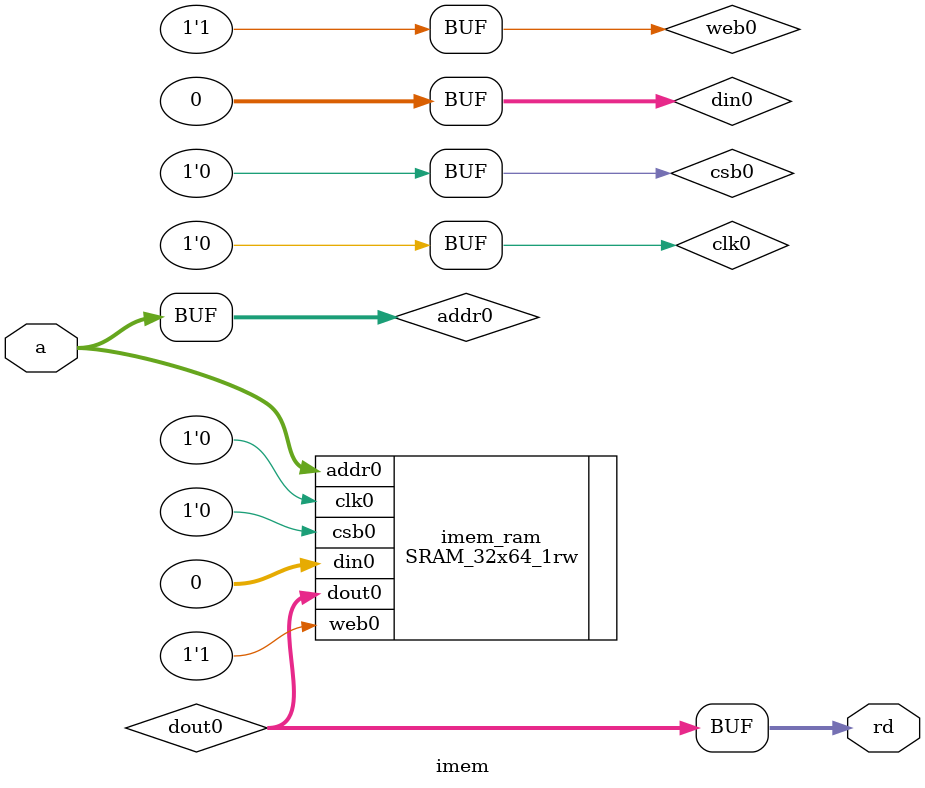
<source format=sv>
module top (
    input  logic        clk, reset,
    output logic [31:0] writedata,
    output logic [31:0] dataadr,
    output logic        memwrite
);
    wire [31:0] pc, instr, readdata;

    // instantiate processor and memories
    mips mips (
        .clk,
        .reset,
        .pc,
        .instr,
        .memwrite,
        .aluout(dataadr),
        .writedata,
        .readdata
    );
    imem imem (
        .a(pc[7:2]),
        .rd(instr)
    );
    dmem dmem (
        .clk, 
        .we(memwrite),
        .a(dataadr),
        .wd(writedata),
        .rd(readdata)
    );
endmodule


module dmem (
    input  logic        clk, we,
    input  logic [31:0] a, wd,
    output logic [31:0] rd
);
    // OpenRAM signals
    wire csb0;          // Chip select (active low)
    wire web0;          // Write enable (active low)
    wire [5:0] addr0;   // 6-bit address
    wire [31:0] din0;   // Data input
    wire [31:0] dout0;  // Data output
    

    assign csb0 = 1'b0;         // Always enabled
    assign web0 = ~we;          // Invert we (active high to active low)
    assign addr0 = a[7:2];      // Word-aligned address (6 bits)
    assign din0 = wd;           // Write data
    assign rd = dout0;          // Read data
    
    // OpenRAM instantiation
    SRAM_32x64_1rw dmem_ram (
        .clk0(clk),
        .csb0(csb0),
        .web0(web0),
        .addr0(addr0),
        .din0(din0),
        .dout0(dout0)
    );
endmodule


module imem (
    input  logic [5:0]  a,
    output logic [31:0] rd
);
    // OpenRAM interface signals
    wire clk0;          // Clock
    wire csb0;          // Chip select (active low)
    wire web0;          // Write enable (active low)
    wire [5:0] addr0;   // 6-bit address
    wire [31:0] din0;   // Data input
    wire [31:0] dout0;  // Data output
    
    // Control signal connections
    assign clk0 = 1'b0;         // No clock needed for read-only
    assign csb0 = 1'b0;         // Always enabled
    assign web0 = 1'b1;         // Always read (never write)
    assign addr0 = a;           // Address from processor
    assign din0 = 32'b0;        // No data to write
    assign rd = dout0;          // Read data
    
    // OpenRAM instantiation
    SRAM_32x64_1rw imem_ram (
        .clk0(clk0),
        .csb0(csb0),
        .web0(web0),
        .addr0(addr0),
        .din0(din0),
        .dout0(dout0)
    );
endmodule

</source>
